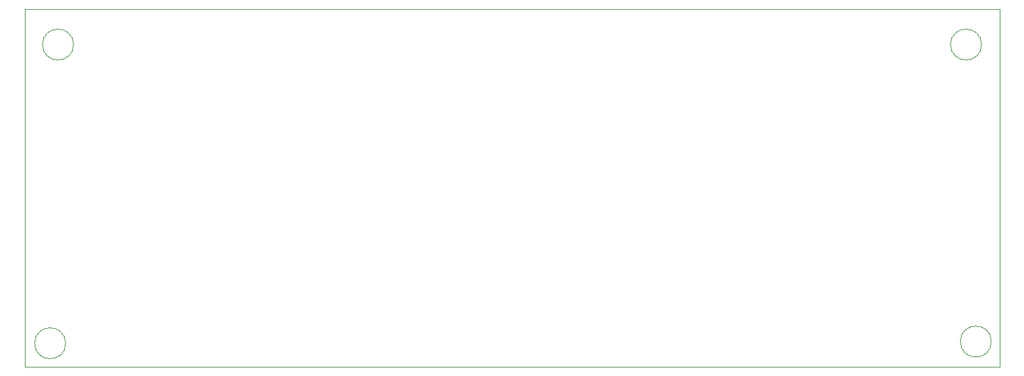
<source format=gbr>
%TF.GenerationSoftware,KiCad,Pcbnew,(5.1.6)-1*%
%TF.CreationDate,2020-11-22T17:26:52+01:00*%
%TF.ProjectId,Addierer,41646469-6572-4657-922e-6b696361645f,rev?*%
%TF.SameCoordinates,Original*%
%TF.FileFunction,Profile,NP*%
%FSLAX46Y46*%
G04 Gerber Fmt 4.6, Leading zero omitted, Abs format (unit mm)*
G04 Created by KiCad (PCBNEW (5.1.6)-1) date 2020-11-22 17:26:52*
%MOMM*%
%LPD*%
G01*
G04 APERTURE LIST*
%TA.AperFunction,Profile*%
%ADD10C,0.050000*%
%TD*%
G04 APERTURE END LIST*
D10*
X143986000Y-25400000D02*
G75*
G03*
X143986000Y-25400000I-2000000J0D01*
G01*
X145256000Y-63786000D02*
G75*
G03*
X145256000Y-63786000I-2000000J0D01*
G01*
X25622000Y-64008000D02*
G75*
G03*
X25622000Y-64008000I-2000000J0D01*
G01*
X146304000Y-20828000D02*
X146304000Y-67056000D01*
X20320000Y-20828000D02*
X20320000Y-67056000D01*
X20320000Y-67056000D02*
X146304000Y-67056000D01*
X20320000Y-20828000D02*
X146304000Y-20828000D01*
X26638000Y-25400000D02*
G75*
G03*
X26638000Y-25400000I-2000000J0D01*
G01*
M02*

</source>
